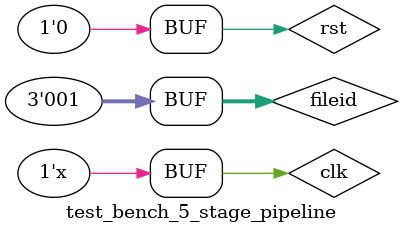
<source format=v>
`timescale 1ns / 1ps


module test_bench_5_stage_pipeline;

	// Inputs
	reg clk;
	reg rst;
	reg [2:0] fileid;

	// Outputs
	wire [31:0] PCOUT;
	wire [31:0] INST;
	wire [31:0] rdata1;
	wire [31:0] rdata2;
	wire [31:0] aluout;
	wire zero;
	wire [4:0] waddrMux;
	wire [31:0] wdataMux;
	wire [31:0] read_data_DM;
	wire [31:0] rdata1_ID_EXE;
	wire [31:0] rdata2_ID_EXE;
	wire [31:0] rdata2_imm_ID_EXE;
	wire [31:0] imm_ID_EXE;
	wire [4:0] waddr_out_ID_EXE;
	wire alusrc_ID_EXE;
	wire [2:0] aluop_ID_EXE;
	wire wen_ID_EXE;
	wire memtoreg_ID_EXE;
	wire memwrite_ID_EXE;
	wire branch_ID_EXE;
	wire memread_ID_EXE;
	wire regdst_ID_EXE;
	wire [31:0] PCIN_ID_EXE;
	wire [31:0] rdata2_EX_MEM;
	wire [31:0] alu_result_EX_MEM;
	wire [4:0] waddr_out_EX_MEM;
	wire memwrite_EX_MEM;
	wire memread_EX_MEM;
	wire memtoreg_EX_MEM;
	wire wen_EX_MEM;
	wire [31:0] alu_result_MEM_WB;
	wire [4:0] waddr_out_MEM_WB;
	wire memtoreg_MEM_WB;
	wire WriteEn_MEM_WB;
	wire [31:0] rdata_DM_out_MEM_WB;

	// Instantiate the Unit Under Test (UUT)
	pipelined_5_stage_cpu uut (
		.clk(clk), 
		.rst(rst), 
		.fileid(fileid), 
		.PCOUT(PCOUT), 
		.INST(INST), 
		.rdata1(rdata1), 
		.rdata2(rdata2), 
		.aluout(aluout), 
		.zero(zero), 
		.waddrMux(waddrMux), 
		.wdataMux(wdataMux), 
		.read_data_DM(read_data_DM), 
		.rdata1_ID_EXE(rdata1_ID_EXE), 
		.rdata2_ID_EXE(rdata2_ID_EXE), 
		.rdata2_imm_ID_EXE(rdata2_imm_ID_EXE), 
		.imm_ID_EXE(imm_ID_EXE), 
		.waddr_out_ID_EXE(waddr_out_ID_EXE), 
		.alusrc_ID_EXE(alusrc_ID_EXE), 
		.aluop_ID_EXE(aluop_ID_EXE), 
		.wen_ID_EXE(wen_ID_EXE), 
		.memtoreg_ID_EXE(memtoreg_ID_EXE), 
		.memwrite_ID_EXE(memwrite_ID_EXE), 
		.branch_ID_EXE(branch_ID_EXE), 
		.memread_ID_EXE(memread_ID_EXE), 
		.regdst_ID_EXE(regdst_ID_EXE), 
		.PCIN_ID_EXE(PCIN_ID_EXE), 
		.rdata2_EX_MEM(rdata2_EX_MEM), 
		.alu_result_EX_MEM(alu_result_EX_MEM), 
		.waddr_out_EX_MEM(waddr_out_EX_MEM), 
		.memwrite_EX_MEM(memwrite_EX_MEM), 
		.memread_EX_MEM(memread_EX_MEM), 
		.memtoreg_EX_MEM(memtoreg_EX_MEM), 
		.wen_EX_MEM(wen_EX_MEM), 
		.alu_result_MEM_WB(alu_result_MEM_WB), 
		.waddr_out_MEM_WB(waddr_out_MEM_WB), 
		.memtoreg_MEM_WB(memtoreg_MEM_WB), 
		.WriteEn_MEM_WB(WriteEn_MEM_WB),
		.rdata_DM_out_MEM_WB(rdata_DM_out_MEM_WB)
	);
always #15 clk = ~clk;
	initial begin
		// Initialize Inputs
		clk = 0;
		rst = 0;
		fileid = 1'b1;

		// Wait 100 ns for global reset to finish
		#100;
        
		// Add stimulus here
#25 rst =1;
#25 rst=0;
	end
      
endmodule


</source>
